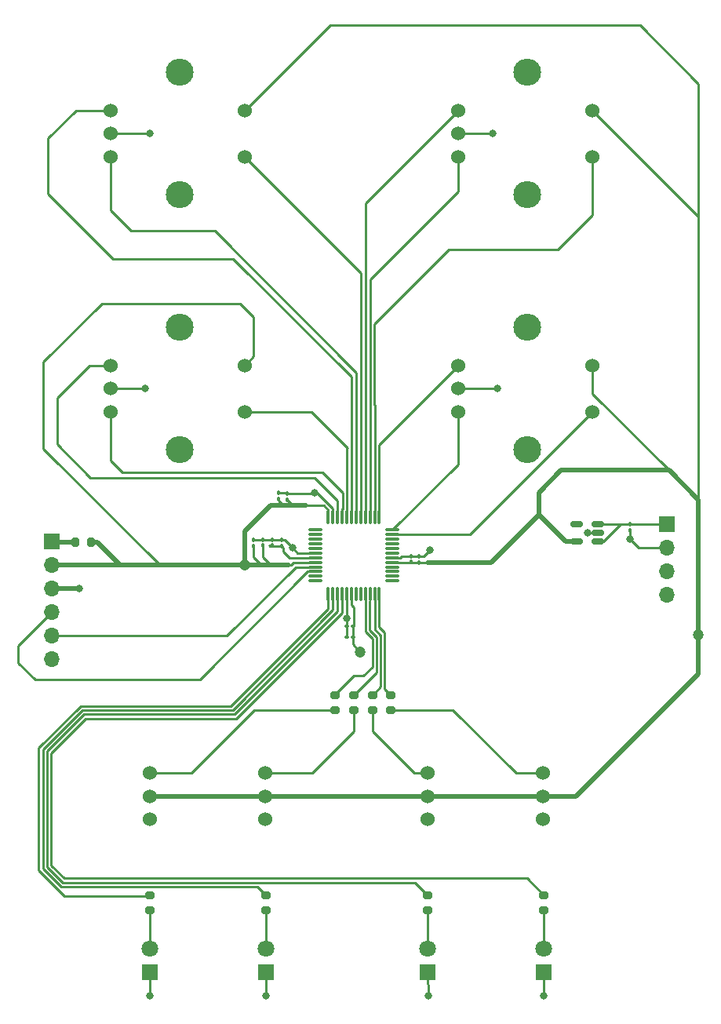
<source format=gbr>
%TF.GenerationSoftware,KiCad,Pcbnew,(6.0.11)*%
%TF.CreationDate,2023-02-27T19:33:45-08:00*%
%TF.ProjectId,IOBoard_ATSAMD21,494f426f-6172-4645-9f41-5453414d4432,rev?*%
%TF.SameCoordinates,Original*%
%TF.FileFunction,Copper,L1,Top*%
%TF.FilePolarity,Positive*%
%FSLAX46Y46*%
G04 Gerber Fmt 4.6, Leading zero omitted, Abs format (unit mm)*
G04 Created by KiCad (PCBNEW (6.0.11)) date 2023-02-27 19:33:45*
%MOMM*%
%LPD*%
G01*
G04 APERTURE LIST*
G04 Aperture macros list*
%AMRoundRect*
0 Rectangle with rounded corners*
0 $1 Rounding radius*
0 $2 $3 $4 $5 $6 $7 $8 $9 X,Y pos of 4 corners*
0 Add a 4 corners polygon primitive as box body*
4,1,4,$2,$3,$4,$5,$6,$7,$8,$9,$2,$3,0*
0 Add four circle primitives for the rounded corners*
1,1,$1+$1,$2,$3*
1,1,$1+$1,$4,$5*
1,1,$1+$1,$6,$7*
1,1,$1+$1,$8,$9*
0 Add four rect primitives between the rounded corners*
20,1,$1+$1,$2,$3,$4,$5,0*
20,1,$1+$1,$4,$5,$6,$7,0*
20,1,$1+$1,$6,$7,$8,$9,0*
20,1,$1+$1,$8,$9,$2,$3,0*%
G04 Aperture macros list end*
%TA.AperFunction,SMDPad,CuDef*%
%ADD10RoundRect,0.200000X0.275000X-0.200000X0.275000X0.200000X-0.275000X0.200000X-0.275000X-0.200000X0*%
%TD*%
%TA.AperFunction,ComponentPad*%
%ADD11C,1.524000*%
%TD*%
%TA.AperFunction,SMDPad,CuDef*%
%ADD12RoundRect,0.075000X0.075000X-0.662500X0.075000X0.662500X-0.075000X0.662500X-0.075000X-0.662500X0*%
%TD*%
%TA.AperFunction,SMDPad,CuDef*%
%ADD13RoundRect,0.075000X0.662500X-0.075000X0.662500X0.075000X-0.662500X0.075000X-0.662500X-0.075000X0*%
%TD*%
%TA.AperFunction,ComponentPad*%
%ADD14R,1.700000X1.700000*%
%TD*%
%TA.AperFunction,ComponentPad*%
%ADD15O,1.700000X1.700000*%
%TD*%
%TA.AperFunction,ComponentPad*%
%ADD16R,1.800000X1.800000*%
%TD*%
%TA.AperFunction,ComponentPad*%
%ADD17C,1.800000*%
%TD*%
%TA.AperFunction,SMDPad,CuDef*%
%ADD18RoundRect,0.100000X0.130000X0.100000X-0.130000X0.100000X-0.130000X-0.100000X0.130000X-0.100000X0*%
%TD*%
%TA.AperFunction,SMDPad,CuDef*%
%ADD19RoundRect,0.100000X-0.100000X0.130000X-0.100000X-0.130000X0.100000X-0.130000X0.100000X0.130000X0*%
%TD*%
%TA.AperFunction,SMDPad,CuDef*%
%ADD20RoundRect,0.100000X0.100000X-0.130000X0.100000X0.130000X-0.100000X0.130000X-0.100000X-0.130000X0*%
%TD*%
%TA.AperFunction,ComponentPad*%
%ADD21O,3.000000X2.900000*%
%TD*%
%TA.AperFunction,SMDPad,CuDef*%
%ADD22RoundRect,0.200000X0.200000X0.275000X-0.200000X0.275000X-0.200000X-0.275000X0.200000X-0.275000X0*%
%TD*%
%TA.AperFunction,SMDPad,CuDef*%
%ADD23RoundRect,0.150000X0.512500X0.150000X-0.512500X0.150000X-0.512500X-0.150000X0.512500X-0.150000X0*%
%TD*%
%TA.AperFunction,SMDPad,CuDef*%
%ADD24RoundRect,0.100000X-0.130000X-0.100000X0.130000X-0.100000X0.130000X0.100000X-0.130000X0.100000X0*%
%TD*%
%TA.AperFunction,ViaPad*%
%ADD25C,0.800000*%
%TD*%
%TA.AperFunction,ViaPad*%
%ADD26C,1.200000*%
%TD*%
%TA.AperFunction,Conductor*%
%ADD27C,0.250000*%
%TD*%
%TA.AperFunction,Conductor*%
%ADD28C,0.500000*%
%TD*%
G04 APERTURE END LIST*
D10*
%TO.P,R9,1*%
%TO.N,Net-(SW4-Pad2)*%
X107600000Y-121215000D03*
%TO.P,R9,2*%
%TO.N,/SW3*%
X107600000Y-119565000D03*
%TD*%
%TO.P,R8,1*%
%TO.N,Net-(SW3-Pad2)*%
X105600000Y-121215000D03*
%TO.P,R8,2*%
%TO.N,/SW2*%
X105600000Y-119565000D03*
%TD*%
%TO.P,R7,1*%
%TO.N,Net-(SW2-Pad2)*%
X103600000Y-121215000D03*
%TO.P,R7,2*%
%TO.N,/SW1*%
X103600000Y-119565000D03*
%TD*%
%TO.P,R6,1*%
%TO.N,Net-(SW1-Pad2)*%
X101600000Y-121215000D03*
%TO.P,R6,2*%
%TO.N,/SW0*%
X101600000Y-119565000D03*
%TD*%
D11*
%TO.P,SW1,1*%
%TO.N,+3.3V*%
X81600000Y-130500000D03*
%TO.P,SW1,2*%
%TO.N,Net-(SW1-Pad2)*%
X81600000Y-128000000D03*
%TO.P,SW1,3*%
%TO.N,unconnected-(SW1-Pad3)*%
X81600000Y-133000000D03*
%TD*%
%TO.P,SW2,1*%
%TO.N,+3.3V*%
X94005000Y-130500000D03*
%TO.P,SW2,2*%
%TO.N,Net-(SW2-Pad2)*%
X94005000Y-128000000D03*
%TO.P,SW2,3*%
%TO.N,unconnected-(SW2-Pad3)*%
X94005000Y-133000000D03*
%TD*%
%TO.P,SW3,1*%
%TO.N,+3.3V*%
X111600000Y-130500000D03*
%TO.P,SW3,2*%
%TO.N,Net-(SW3-Pad2)*%
X111600000Y-128000000D03*
%TO.P,SW3,3*%
%TO.N,unconnected-(SW3-Pad3)*%
X111600000Y-133000000D03*
%TD*%
%TO.P,SW4,1*%
%TO.N,+3.3V*%
X124005000Y-130500000D03*
%TO.P,SW4,2*%
%TO.N,Net-(SW4-Pad2)*%
X124005000Y-128000000D03*
%TO.P,SW4,3*%
%TO.N,unconnected-(SW4-Pad3)*%
X124005000Y-133000000D03*
%TD*%
D12*
%TO.P,U1,1,PA00*%
%TO.N,/LED0*%
X100850000Y-108662500D03*
%TO.P,U1,2,PA01*%
%TO.N,/LED1*%
X101350000Y-108662500D03*
%TO.P,U1,3,PA02*%
%TO.N,/LED2*%
X101850000Y-108662500D03*
%TO.P,U1,4,PA03*%
%TO.N,/LED3*%
X102350000Y-108662500D03*
%TO.P,U1,5,GNDANA*%
%TO.N,GND*%
X102850000Y-108662500D03*
%TO.P,U1,6,VDDANA*%
%TO.N,+3.3V*%
X103350000Y-108662500D03*
%TO.P,U1,7,PB08*%
%TO.N,unconnected-(U1-Pad7)*%
X103850000Y-108662500D03*
%TO.P,U1,8,PB09*%
%TO.N,unconnected-(U1-Pad8)*%
X104350000Y-108662500D03*
%TO.P,U1,9,PA04*%
%TO.N,/SW0*%
X104850000Y-108662500D03*
%TO.P,U1,10,PA05*%
%TO.N,/SW1*%
X105350000Y-108662500D03*
%TO.P,U1,11,PA06*%
%TO.N,/SW2*%
X105850000Y-108662500D03*
%TO.P,U1,12,PA07*%
%TO.N,/SW3*%
X106350000Y-108662500D03*
D13*
%TO.P,U1,13,PA08*%
%TO.N,/SDA*%
X107762500Y-107250000D03*
%TO.P,U1,14,PA09*%
%TO.N,/SCL*%
X107762500Y-106750000D03*
%TO.P,U1,15,PA10*%
%TO.N,unconnected-(U1-Pad15)*%
X107762500Y-106250000D03*
%TO.P,U1,16,PA11*%
%TO.N,unconnected-(U1-Pad16)*%
X107762500Y-105750000D03*
%TO.P,U1,17,VDDIO*%
%TO.N,+3.3V*%
X107762500Y-105250000D03*
%TO.P,U1,18,GND*%
%TO.N,GND*%
X107762500Y-104750000D03*
%TO.P,U1,19,PB10*%
%TO.N,unconnected-(U1-Pad19)*%
X107762500Y-104250000D03*
%TO.P,U1,20,PB11*%
%TO.N,unconnected-(U1-Pad20)*%
X107762500Y-103750000D03*
%TO.P,U1,21,PA12*%
%TO.N,unconnected-(U1-Pad21)*%
X107762500Y-103250000D03*
%TO.P,U1,22,PA13*%
%TO.N,unconnected-(U1-Pad22)*%
X107762500Y-102750000D03*
%TO.P,U1,23,PA14*%
%TO.N,/ENC3_SW*%
X107762500Y-102250000D03*
%TO.P,U1,24,PA15*%
%TO.N,/ENC3_B*%
X107762500Y-101750000D03*
D12*
%TO.P,U1,25,PA16*%
%TO.N,/ENC3_A*%
X106350000Y-100337500D03*
%TO.P,U1,26,PA17*%
%TO.N,/ENC2_SW*%
X105850000Y-100337500D03*
%TO.P,U1,27,PA18*%
%TO.N,/ENC2_B*%
X105350000Y-100337500D03*
%TO.P,U1,28,PA19*%
%TO.N,/ENC2_A*%
X104850000Y-100337500D03*
%TO.P,U1,29,PA20*%
%TO.N,/ENC1_SW*%
X104350000Y-100337500D03*
%TO.P,U1,30,PA21*%
%TO.N,/ENC1_B*%
X103850000Y-100337500D03*
%TO.P,U1,31,PA22*%
%TO.N,/ENC1_A*%
X103350000Y-100337500D03*
%TO.P,U1,32,PA23*%
%TO.N,/ENC0_SW*%
X102850000Y-100337500D03*
%TO.P,U1,33,PA24*%
%TO.N,/ENC0_B*%
X102350000Y-100337500D03*
%TO.P,U1,34,PA25*%
%TO.N,/ENC0_A*%
X101850000Y-100337500D03*
%TO.P,U1,35,GND*%
%TO.N,GND*%
X101350000Y-100337500D03*
%TO.P,U1,36,VDDIO*%
%TO.N,+3.3V*%
X100850000Y-100337500D03*
D13*
%TO.P,U1,37,PB22*%
%TO.N,unconnected-(U1-Pad37)*%
X99437500Y-101750000D03*
%TO.P,U1,38,PB23*%
%TO.N,unconnected-(U1-Pad38)*%
X99437500Y-102250000D03*
%TO.P,U1,39,PA27*%
%TO.N,unconnected-(U1-Pad39)*%
X99437500Y-102750000D03*
%TO.P,U1,40,~{RESET}*%
%TO.N,unconnected-(U1-Pad40)*%
X99437500Y-103250000D03*
%TO.P,U1,41,PA28*%
%TO.N,unconnected-(U1-Pad41)*%
X99437500Y-103750000D03*
%TO.P,U1,42,GND*%
%TO.N,GND*%
X99437500Y-104250000D03*
%TO.P,U1,43,VDDCORE*%
%TO.N,Net-(C1-Pad2)*%
X99437500Y-104750000D03*
%TO.P,U1,44,VDDIN*%
%TO.N,+3.3V*%
X99437500Y-105250000D03*
%TO.P,U1,45,PA30*%
%TO.N,/SWCLK*%
X99437500Y-105750000D03*
%TO.P,U1,46,PA31*%
%TO.N,/SWDIO*%
X99437500Y-106250000D03*
%TO.P,U1,47,PB02*%
%TO.N,unconnected-(U1-Pad47)*%
X99437500Y-106750000D03*
%TO.P,U1,48,PB03*%
%TO.N,unconnected-(U1-Pad48)*%
X99437500Y-107250000D03*
%TD*%
D14*
%TO.P,J1,1,~{MCLR}/VPP*%
%TO.N,Net-(J1-Pad1)*%
X71000000Y-103020000D03*
D15*
%TO.P,J1,2,VDD*%
%TO.N,+3.3V*%
X71000000Y-105560000D03*
%TO.P,J1,3,VSS*%
%TO.N,GND*%
X71000000Y-108100000D03*
%TO.P,J1,4,PGD/ICSPDAT*%
%TO.N,/SWDIO*%
X71000000Y-110640000D03*
%TO.P,J1,5,PGC/ICSPCLK*%
%TO.N,/SWCLK*%
X71000000Y-113180000D03*
%TO.P,J1,6,PGM/LVP*%
%TO.N,unconnected-(J1-Pad6)*%
X71000000Y-115720000D03*
%TD*%
D10*
%TO.P,R4,1*%
%TO.N,Net-(D4-Pad2)*%
X124100000Y-142825000D03*
%TO.P,R4,2*%
%TO.N,/LED3*%
X124100000Y-141175000D03*
%TD*%
D16*
%TO.P,D2,1,K*%
%TO.N,GND*%
X94100000Y-149500000D03*
D17*
%TO.P,D2,2,A*%
%TO.N,Net-(D2-Pad2)*%
X94100000Y-146960000D03*
%TD*%
D18*
%TO.P,C6,1*%
%TO.N,+3.3V*%
X103490000Y-113300000D03*
%TO.P,C6,2*%
%TO.N,GND*%
X102850000Y-113300000D03*
%TD*%
D19*
%TO.P,C4,1*%
%TO.N,GND*%
X110650000Y-104600000D03*
%TO.P,C4,2*%
%TO.N,+3.3V*%
X110650000Y-105240000D03*
%TD*%
D20*
%TO.P,C10,1*%
%TO.N,+3.3V*%
X93750000Y-103420000D03*
%TO.P,C10,2*%
%TO.N,GND*%
X93750000Y-102780000D03*
%TD*%
D19*
%TO.P,C5,1*%
%TO.N,VCC*%
X133400000Y-101135000D03*
%TO.P,C5,2*%
%TO.N,GND*%
X133400000Y-101775000D03*
%TD*%
D11*
%TO.P,ENC3,A,A*%
%TO.N,/ENC3_A*%
X114850000Y-84000000D03*
%TO.P,ENC3,B,B*%
%TO.N,/ENC3_B*%
X114850000Y-89000000D03*
%TO.P,ENC3,C,C*%
%TO.N,GND*%
X114850000Y-86500000D03*
%TO.P,ENC3,S1,S1*%
%TO.N,+3.3V*%
X129350000Y-84000000D03*
%TO.P,ENC3,S2,S2*%
%TO.N,/ENC3_SW*%
X129350000Y-89000000D03*
D21*
%TO.P,ENC3,SH*%
%TO.N,N/C*%
X122350000Y-93100000D03*
X122350000Y-79900000D03*
%TD*%
D11*
%TO.P,ENC1,A,A*%
%TO.N,/ENC1_A*%
X77350000Y-56500000D03*
%TO.P,ENC1,B,B*%
%TO.N,/ENC1_B*%
X77350000Y-61500000D03*
%TO.P,ENC1,C,C*%
%TO.N,GND*%
X77350000Y-59000000D03*
%TO.P,ENC1,S1,S1*%
%TO.N,+3.3V*%
X91850000Y-56500000D03*
%TO.P,ENC1,S2,S2*%
%TO.N,/ENC1_SW*%
X91850000Y-61500000D03*
D21*
%TO.P,ENC1,SH*%
%TO.N,N/C*%
X84850000Y-65600000D03*
X84850000Y-52400000D03*
%TD*%
D22*
%TO.P,R5,1*%
%TO.N,+3.3V*%
X75225000Y-103100000D03*
%TO.P,R5,2*%
%TO.N,Net-(J1-Pad1)*%
X73575000Y-103100000D03*
%TD*%
D10*
%TO.P,R1,1*%
%TO.N,Net-(D1-Pad2)*%
X81600000Y-142825000D03*
%TO.P,R1,2*%
%TO.N,/LED0*%
X81600000Y-141175000D03*
%TD*%
D16*
%TO.P,D4,1,K*%
%TO.N,GND*%
X124100000Y-149500000D03*
D17*
%TO.P,D4,2,A*%
%TO.N,Net-(D4-Pad2)*%
X124100000Y-146960000D03*
%TD*%
D23*
%TO.P,U2,1,VIN*%
%TO.N,VCC*%
X129937500Y-103000000D03*
%TO.P,U2,2,GND*%
%TO.N,GND*%
X129937500Y-102050000D03*
%TO.P,U2,3,EN*%
%TO.N,VCC*%
X129937500Y-101100000D03*
%TO.P,U2,4,NC*%
%TO.N,unconnected-(U2-Pad4)*%
X127662500Y-101100000D03*
%TO.P,U2,5,VOUT*%
%TO.N,+3.3V*%
X127662500Y-103000000D03*
%TD*%
D19*
%TO.P,C2,1*%
%TO.N,GND*%
X95850000Y-102860000D03*
%TO.P,C2,2*%
%TO.N,Net-(C1-Pad2)*%
X95850000Y-103500000D03*
%TD*%
D10*
%TO.P,R2,1*%
%TO.N,Net-(D2-Pad2)*%
X94100000Y-142825000D03*
%TO.P,R2,2*%
%TO.N,/LED1*%
X94100000Y-141175000D03*
%TD*%
D16*
%TO.P,D3,1,K*%
%TO.N,GND*%
X111600000Y-149500000D03*
D17*
%TO.P,D3,2,A*%
%TO.N,Net-(D3-Pad2)*%
X111600000Y-146960000D03*
%TD*%
D24*
%TO.P,C7,1*%
%TO.N,GND*%
X102845000Y-112100000D03*
%TO.P,C7,2*%
%TO.N,+3.3V*%
X103485000Y-112100000D03*
%TD*%
D14*
%TO.P,J2,1,Pin_1*%
%TO.N,VCC*%
X137400000Y-101100000D03*
D15*
%TO.P,J2,2,Pin_2*%
%TO.N,GND*%
X137400000Y-103640000D03*
%TO.P,J2,3,Pin_3*%
%TO.N,/SDA*%
X137400000Y-106180000D03*
%TO.P,J2,4,Pin_4*%
%TO.N,/SCL*%
X137400000Y-108720000D03*
%TD*%
D11*
%TO.P,ENC0,A,A*%
%TO.N,/ENC0_A*%
X77350000Y-84000000D03*
%TO.P,ENC0,B,B*%
%TO.N,/ENC0_B*%
X77350000Y-89000000D03*
%TO.P,ENC0,C,C*%
%TO.N,GND*%
X77350000Y-86500000D03*
%TO.P,ENC0,S1,S1*%
%TO.N,+3.3V*%
X91850000Y-84000000D03*
%TO.P,ENC0,S2,S2*%
%TO.N,/ENC0_SW*%
X91850000Y-89000000D03*
D21*
%TO.P,ENC0,SH*%
%TO.N,N/C*%
X84850000Y-79900000D03*
X84850000Y-93100000D03*
%TD*%
D20*
%TO.P,C8,1*%
%TO.N,+3.3V*%
X95500000Y-98420000D03*
%TO.P,C8,2*%
%TO.N,GND*%
X95500000Y-97780000D03*
%TD*%
D19*
%TO.P,C11,1*%
%TO.N,GND*%
X92800000Y-102835000D03*
%TO.P,C11,2*%
%TO.N,+3.3V*%
X92800000Y-103475000D03*
%TD*%
D10*
%TO.P,R3,1*%
%TO.N,Net-(D3-Pad2)*%
X111600000Y-142825000D03*
%TO.P,R3,2*%
%TO.N,/LED2*%
X111600000Y-141175000D03*
%TD*%
D19*
%TO.P,C9,1*%
%TO.N,GND*%
X96400000Y-97835000D03*
%TO.P,C9,2*%
%TO.N,+3.3V*%
X96400000Y-98475000D03*
%TD*%
D16*
%TO.P,D1,1,K*%
%TO.N,GND*%
X81600000Y-149500000D03*
D17*
%TO.P,D1,2,A*%
%TO.N,Net-(D1-Pad2)*%
X81600000Y-146960000D03*
%TD*%
D20*
%TO.P,C3,1*%
%TO.N,+3.3V*%
X109800000Y-105220000D03*
%TO.P,C3,2*%
%TO.N,GND*%
X109800000Y-104580000D03*
%TD*%
D19*
%TO.P,C1,1*%
%TO.N,GND*%
X94800000Y-102780000D03*
%TO.P,C1,2*%
%TO.N,Net-(C1-Pad2)*%
X94800000Y-103420000D03*
%TD*%
D11*
%TO.P,ENC2,A,A*%
%TO.N,/ENC2_A*%
X114850000Y-56500000D03*
%TO.P,ENC2,B,B*%
%TO.N,/ENC2_B*%
X114850000Y-61500000D03*
%TO.P,ENC2,C,C*%
%TO.N,GND*%
X114850000Y-59000000D03*
%TO.P,ENC2,S1,S1*%
%TO.N,+3.3V*%
X129350000Y-56500000D03*
%TO.P,ENC2,S2,S2*%
%TO.N,/ENC2_SW*%
X129350000Y-61500000D03*
D21*
%TO.P,ENC2,SH*%
%TO.N,N/C*%
X122350000Y-65600000D03*
X122350000Y-52400000D03*
%TD*%
D25*
%TO.N,GND*%
X81600000Y-152000000D03*
X128800000Y-102100000D03*
X99400000Y-97700000D03*
X119100000Y-86500000D03*
X102850000Y-111250000D03*
X74000000Y-108100000D03*
X133400000Y-102700000D03*
X81600000Y-59000000D03*
X124100000Y-152000000D03*
X97000000Y-103700000D03*
X94100000Y-152000000D03*
X111622618Y-152028360D03*
X118600000Y-59000000D03*
X81100000Y-86500000D03*
X111800000Y-103900000D03*
D26*
%TO.N,+3.3V*%
X91800000Y-105500000D03*
X104285000Y-114900000D03*
X140800000Y-113100000D03*
%TD*%
D27*
%TO.N,+3.3V*%
X134500000Y-47300000D02*
X101050000Y-47300000D01*
X140800000Y-53600000D02*
X134500000Y-47300000D01*
X101050000Y-47300000D02*
X91850000Y-56500000D01*
X140800000Y-67950000D02*
X140800000Y-53600000D01*
X140800000Y-98500000D02*
X140800000Y-67950000D01*
X140800000Y-67950000D02*
X129350000Y-56500000D01*
X129350000Y-87050000D02*
X137600000Y-95300000D01*
X129350000Y-84000000D02*
X129350000Y-87050000D01*
X92800000Y-83050000D02*
X91850000Y-84000000D01*
X92800000Y-78800000D02*
X92800000Y-83050000D01*
X91300000Y-77300000D02*
X92800000Y-78800000D01*
X76400000Y-77300000D02*
X91300000Y-77300000D01*
X70100000Y-83600000D02*
X76400000Y-77300000D01*
X70100000Y-93000000D02*
X70100000Y-83600000D01*
X82660000Y-105560000D02*
X70100000Y-93000000D01*
D28*
X82660000Y-105560000D02*
X78340000Y-105560000D01*
X91740000Y-105560000D02*
X82660000Y-105560000D01*
D27*
%TO.N,/SW3*%
X106350000Y-112250000D02*
X106350000Y-108662500D01*
X106950000Y-112850000D02*
X106350000Y-112250000D01*
X106950000Y-118915000D02*
X106950000Y-112850000D01*
X107600000Y-119565000D02*
X106950000Y-118915000D01*
%TO.N,/SW2*%
X106500000Y-118665000D02*
X105600000Y-119565000D01*
X106500000Y-113127208D02*
X106500000Y-118665000D01*
X105850000Y-112477208D02*
X106500000Y-113127208D01*
X105850000Y-108662500D02*
X105850000Y-112477208D01*
%TO.N,/SW1*%
X105318198Y-109406802D02*
X105325000Y-109400000D01*
X105318198Y-112581802D02*
X105318198Y-109406802D01*
X106050000Y-117115000D02*
X106050000Y-113313604D01*
X106050000Y-113313604D02*
X105318198Y-112581802D01*
X103600000Y-119565000D02*
X106050000Y-117115000D01*
%TO.N,/SW0*%
X103600000Y-117500000D02*
X101600000Y-119500000D01*
X101600000Y-119500000D02*
X101600000Y-119565000D01*
X105600000Y-116500000D02*
X104600000Y-117500000D01*
X105600000Y-113500000D02*
X105600000Y-116500000D01*
X104600000Y-117500000D02*
X103600000Y-117500000D01*
X104850000Y-112750000D02*
X105600000Y-113500000D01*
X104850000Y-108662500D02*
X104850000Y-112750000D01*
%TO.N,Net-(SW4-Pad2)*%
X121100000Y-128000000D02*
X124005000Y-128000000D01*
X114315000Y-121215000D02*
X121100000Y-128000000D01*
X107600000Y-121215000D02*
X114315000Y-121215000D01*
%TO.N,Net-(SW3-Pad2)*%
X110100000Y-128000000D02*
X111600000Y-128000000D01*
X105600000Y-123500000D02*
X110100000Y-128000000D01*
X105600000Y-121215000D02*
X105600000Y-123500000D01*
%TO.N,Net-(SW2-Pad2)*%
X99100000Y-128000000D02*
X94005000Y-128000000D01*
X103600000Y-123500000D02*
X99100000Y-128000000D01*
X103600000Y-121215000D02*
X103600000Y-123500000D01*
%TO.N,Net-(SW1-Pad2)*%
X92885000Y-121215000D02*
X101600000Y-121215000D01*
X86100000Y-128000000D02*
X92885000Y-121215000D01*
X81600000Y-128000000D02*
X86100000Y-128000000D01*
D28*
%TO.N,+3.3V*%
X140800000Y-117300000D02*
X140800000Y-113100000D01*
X124005000Y-130500000D02*
X127600000Y-130500000D01*
X127600000Y-130500000D02*
X140800000Y-117300000D01*
X111600000Y-130500000D02*
X124005000Y-130500000D01*
X94005000Y-130500000D02*
X111600000Y-130500000D01*
X81600000Y-130500000D02*
X94005000Y-130500000D01*
D27*
%TO.N,GND*%
X114850000Y-59000000D02*
X118600000Y-59000000D01*
X99265000Y-97835000D02*
X99400000Y-97700000D01*
X114850000Y-86500000D02*
X119100000Y-86500000D01*
X108750000Y-104580000D02*
X108580000Y-104750000D01*
X102850000Y-110650000D02*
X102850000Y-111250000D01*
X100400000Y-98500000D02*
X99600000Y-97700000D01*
X129937500Y-102050000D02*
X128850000Y-102050000D01*
X95850000Y-102860000D02*
X96160000Y-102860000D01*
X111600000Y-149500000D02*
X111622618Y-152028360D01*
X101350000Y-100337500D02*
X101350000Y-99450000D01*
X137400000Y-103640000D02*
X134340000Y-103640000D01*
X99600000Y-97700000D02*
X99400000Y-97700000D01*
X111622618Y-152028360D02*
X111600000Y-152000000D01*
X95770000Y-102780000D02*
X95850000Y-102860000D01*
X95500000Y-97780000D02*
X96345000Y-97780000D01*
X77350000Y-86500000D02*
X81100000Y-86500000D01*
X93750000Y-102780000D02*
X94800000Y-102780000D01*
X102850000Y-108662500D02*
X102850000Y-110650000D01*
X102845000Y-112100000D02*
X102845000Y-113295000D01*
X134340000Y-103640000D02*
X133400000Y-102700000D01*
X77350000Y-59000000D02*
X81600000Y-59000000D01*
X110650000Y-104600000D02*
X109820000Y-104600000D01*
X128800000Y-102100000D02*
X128850000Y-102050000D01*
X102845000Y-113295000D02*
X102850000Y-113300000D01*
X102850000Y-111250000D02*
X102850000Y-111990000D01*
X96400000Y-97835000D02*
X99265000Y-97835000D01*
D28*
X71000000Y-108100000D02*
X74000000Y-108100000D01*
D27*
X133400000Y-101775000D02*
X133400000Y-102700000D01*
X96160000Y-102860000D02*
X97000000Y-103700000D01*
X124100000Y-149500000D02*
X124100000Y-152000000D01*
X101350000Y-99450000D02*
X100400000Y-98500000D01*
X92800000Y-102835000D02*
X93695000Y-102835000D01*
X110650000Y-104600000D02*
X111100000Y-104600000D01*
X102850000Y-111990000D02*
X102960000Y-112100000D01*
X93695000Y-102835000D02*
X93750000Y-102780000D01*
X111100000Y-104600000D02*
X111800000Y-103900000D01*
X96345000Y-97780000D02*
X96400000Y-97835000D01*
X81600000Y-149500000D02*
X81600000Y-152000000D01*
X97550000Y-104250000D02*
X97000000Y-103700000D01*
X109820000Y-104600000D02*
X109800000Y-104580000D01*
X108580000Y-104750000D02*
X107762500Y-104750000D01*
X94500000Y-102780000D02*
X95770000Y-102780000D01*
X94100000Y-149500000D02*
X94100000Y-152000000D01*
X109800000Y-104580000D02*
X108750000Y-104580000D01*
X99437500Y-104250000D02*
X97550000Y-104250000D01*
%TO.N,Net-(C1-Pad2)*%
X96000000Y-104100000D02*
X96000000Y-103650000D01*
X94580000Y-103500000D02*
X94500000Y-103420000D01*
X95850000Y-103500000D02*
X94580000Y-103500000D01*
X96650000Y-104750000D02*
X96000000Y-104100000D01*
X99437500Y-104750000D02*
X96650000Y-104750000D01*
X96000000Y-103650000D02*
X95850000Y-103500000D01*
%TO.N,+3.3V*%
X95500000Y-98420000D02*
X95500000Y-98600000D01*
D28*
X123600000Y-100100000D02*
X123600000Y-97700000D01*
X91800000Y-105500000D02*
X93600000Y-105500000D01*
X94600000Y-99100000D02*
X96000000Y-99100000D01*
D27*
X103600000Y-111985000D02*
X103485000Y-112100000D01*
D28*
X75880000Y-103100000D02*
X78340000Y-105560000D01*
X118400000Y-105300000D02*
X111600000Y-105300000D01*
X78340000Y-105560000D02*
X71000000Y-105560000D01*
X94600000Y-105500000D02*
X96600000Y-105500000D01*
D27*
X103490000Y-113300000D02*
X103490000Y-114105000D01*
D28*
X75225000Y-103100000D02*
X75880000Y-103100000D01*
D27*
X111550000Y-105250000D02*
X107762500Y-105250000D01*
D28*
X127662500Y-103000000D02*
X126500000Y-103000000D01*
X91800000Y-105500000D02*
X91740000Y-105560000D01*
D27*
X96600000Y-105500000D02*
X96800000Y-105500000D01*
X95500000Y-98600000D02*
X96000000Y-99100000D01*
X96400000Y-98475000D02*
X96400000Y-98500000D01*
X92800000Y-104700000D02*
X93600000Y-105500000D01*
D28*
X93600000Y-105500000D02*
X94600000Y-105500000D01*
D27*
X92800000Y-103475000D02*
X92800000Y-104700000D01*
X96400000Y-98500000D02*
X97000000Y-99100000D01*
D28*
X137600000Y-95300000D02*
X140800000Y-98500000D01*
D27*
X111600000Y-105300000D02*
X111550000Y-105250000D01*
D28*
X140800000Y-98500000D02*
X140800000Y-113100000D01*
X126000000Y-95300000D02*
X137600000Y-95300000D01*
D27*
X103350000Y-108662500D02*
X103350000Y-109850000D01*
X100363604Y-99100000D02*
X98400000Y-99100000D01*
D28*
X123600000Y-97700000D02*
X126000000Y-95300000D01*
X91800000Y-105500000D02*
X91800000Y-101900000D01*
X91800000Y-101900000D02*
X94600000Y-99100000D01*
D27*
X100850000Y-99586396D02*
X100363604Y-99100000D01*
D28*
X118450000Y-105250000D02*
X118400000Y-105300000D01*
D27*
X97050000Y-105250000D02*
X99437500Y-105250000D01*
X96800000Y-105500000D02*
X97050000Y-105250000D01*
X93750000Y-104650000D02*
X94600000Y-105500000D01*
X93750000Y-103420000D02*
X93750000Y-104650000D01*
D28*
X118450000Y-105250000D02*
X123600000Y-100100000D01*
X126500000Y-103000000D02*
X123600000Y-100100000D01*
D27*
X103600000Y-110100000D02*
X103600000Y-111985000D01*
D28*
X97000000Y-99100000D02*
X98400000Y-99100000D01*
D27*
X103490000Y-114105000D02*
X104285000Y-114900000D01*
D28*
X96000000Y-99100000D02*
X97000000Y-99100000D01*
D27*
X100850000Y-100337500D02*
X100850000Y-99586396D01*
X103350000Y-109850000D02*
X103600000Y-110100000D01*
X103485000Y-113295000D02*
X103490000Y-113300000D01*
X103485000Y-112100000D02*
X103485000Y-113295000D01*
%TO.N,VCC*%
X129972500Y-101135000D02*
X129937500Y-101100000D01*
X130500000Y-103000000D02*
X129937500Y-103000000D01*
X137400000Y-101100000D02*
X133435000Y-101100000D01*
X133435000Y-101100000D02*
X133400000Y-101135000D01*
X132365000Y-101135000D02*
X129972500Y-101135000D01*
X132365000Y-101135000D02*
X130500000Y-103000000D01*
X133400000Y-101135000D02*
X132365000Y-101135000D01*
%TO.N,Net-(D1-Pad2)*%
X81600000Y-142825000D02*
X81600000Y-146960000D01*
%TO.N,Net-(D2-Pad2)*%
X94100000Y-142825000D02*
X94100000Y-146960000D01*
%TO.N,Net-(D3-Pad2)*%
X111600000Y-142825000D02*
X111600000Y-146960000D01*
%TO.N,Net-(D4-Pad2)*%
X124100000Y-142825000D02*
X124100000Y-146960000D01*
D28*
%TO.N,Net-(J1-Pad1)*%
X71080000Y-103100000D02*
X71000000Y-103020000D01*
X73575000Y-103100000D02*
X71080000Y-103100000D01*
D27*
%TO.N,/SWDIO*%
X67400000Y-114240000D02*
X71000000Y-110640000D01*
X99437500Y-106250000D02*
X98634315Y-106250000D01*
X69200000Y-117900000D02*
X67400000Y-116100000D01*
X98634315Y-106250000D02*
X86984315Y-117900000D01*
X86984315Y-117900000D02*
X69200000Y-117900000D01*
X67400000Y-116100000D02*
X67400000Y-114240000D01*
%TO.N,/SWCLK*%
X99437500Y-105750000D02*
X97350000Y-105750000D01*
X89920000Y-113180000D02*
X71000000Y-113180000D01*
X97350000Y-105750000D02*
X89920000Y-113180000D01*
%TO.N,/LED0*%
X100850000Y-108662500D02*
X100850000Y-110250000D01*
X69600000Y-138500000D02*
X72350000Y-141250000D01*
X69600000Y-125250000D02*
X69600000Y-138500000D01*
X72350000Y-141250000D02*
X81525000Y-141250000D01*
X81525000Y-141250000D02*
X81600000Y-141175000D01*
X90350000Y-120750000D02*
X74100000Y-120750000D01*
X74100000Y-120750000D02*
X69600000Y-125250000D01*
X100850000Y-110250000D02*
X90350000Y-120750000D01*
%TO.N,/LED1*%
X70050000Y-138313604D02*
X71986396Y-140250000D01*
X90536396Y-121200000D02*
X74286396Y-121200000D01*
X101350000Y-110386396D02*
X90536396Y-121200000D01*
X101350000Y-108662500D02*
X101350000Y-110386396D01*
X74286396Y-121200000D02*
X70050000Y-125436396D01*
X71986396Y-140250000D02*
X93175000Y-140250000D01*
X93175000Y-140250000D02*
X94100000Y-141175000D01*
X70050000Y-125436396D02*
X70050000Y-138313604D01*
%TO.N,/LED2*%
X70500000Y-125622792D02*
X70500000Y-138127208D01*
X101850000Y-110522792D02*
X90722792Y-121650000D01*
X72172792Y-139800000D02*
X110225000Y-139800000D01*
X74472792Y-121650000D02*
X70500000Y-125622792D01*
X70500000Y-138127208D02*
X72172792Y-139800000D01*
X101850000Y-108662500D02*
X101850000Y-110522792D01*
X110225000Y-139800000D02*
X111600000Y-141175000D01*
X90722792Y-121650000D02*
X74472792Y-121650000D01*
%TO.N,/LED3*%
X72359188Y-139350000D02*
X122275000Y-139350000D01*
X102350000Y-110659188D02*
X90909188Y-122100000D01*
X70950000Y-137940812D02*
X72359188Y-139350000D01*
X102350000Y-108662500D02*
X102350000Y-110659188D01*
X74659188Y-122100000D02*
X70950000Y-125809188D01*
X122275000Y-139350000D02*
X124100000Y-141175000D01*
X70950000Y-125809188D02*
X70950000Y-137940812D01*
X90909188Y-122100000D02*
X74659188Y-122100000D01*
%TO.N,/ENC0_A*%
X101850000Y-100337500D02*
X101850000Y-98550000D01*
X75100000Y-84000000D02*
X77350000Y-84000000D01*
X99400000Y-96100000D02*
X75200000Y-96100000D01*
X101850000Y-98550000D02*
X99400000Y-96100000D01*
X71600000Y-92500000D02*
X71600000Y-87500000D01*
X71600000Y-87500000D02*
X75100000Y-84000000D01*
X75200000Y-96100000D02*
X71600000Y-92500000D01*
%TO.N,/ENC0_B*%
X77350000Y-89000000D02*
X77350000Y-94250000D01*
X100200000Y-95500000D02*
X102400000Y-97700000D01*
X102350000Y-99450000D02*
X102350000Y-100337500D01*
X102400000Y-97700000D02*
X102400000Y-99500000D01*
X102400000Y-99500000D02*
X102350000Y-99450000D01*
X77350000Y-94250000D02*
X78600000Y-95500000D01*
X78600000Y-95500000D02*
X100200000Y-95500000D01*
%TO.N,/ENC0_SW*%
X99000000Y-89000000D02*
X102750000Y-92750000D01*
X102750000Y-92750000D02*
X102900000Y-92900000D01*
X91850000Y-89000000D02*
X99000000Y-89000000D01*
X102850000Y-92850000D02*
X102750000Y-92750000D01*
X102850000Y-100337500D02*
X102850000Y-92850000D01*
X91850000Y-89000000D02*
X92927630Y-89000000D01*
%TO.N,/ENC1_A*%
X77600000Y-72500000D02*
X70600000Y-65500000D01*
X73600000Y-56500000D02*
X77350000Y-56500000D01*
X103350000Y-100337500D02*
X103350000Y-85250000D01*
X103350000Y-85250000D02*
X90600000Y-72500000D01*
X70600000Y-59500000D02*
X73600000Y-56500000D01*
X90600000Y-72500000D02*
X77600000Y-72500000D01*
X70600000Y-65500000D02*
X70600000Y-59500000D01*
%TO.N,/ENC1_B*%
X88600000Y-69500000D02*
X103850000Y-84750000D01*
X77350000Y-61500000D02*
X77350000Y-67250000D01*
X79600000Y-69500000D02*
X88600000Y-69500000D01*
X77350000Y-67250000D02*
X79600000Y-69500000D01*
X103850000Y-84750000D02*
X103850000Y-100337500D01*
%TO.N,/ENC1_SW*%
X104350000Y-100337500D02*
X104350000Y-74000000D01*
X104350000Y-74000000D02*
X91850000Y-61500000D01*
%TO.N,/ENC2_A*%
X104850000Y-66500000D02*
X114850000Y-56500000D01*
X104850000Y-100337500D02*
X104850000Y-66500000D01*
%TO.N,/ENC2_B*%
X105375000Y-74725000D02*
X105375000Y-100312500D01*
X114850000Y-61500000D02*
X114850000Y-65250000D01*
X114850000Y-65250000D02*
X105375000Y-74725000D01*
X105375000Y-100312500D02*
X105350000Y-100337500D01*
%TO.N,/ENC2_SW*%
X129350000Y-61500000D02*
X129350000Y-67750000D01*
X129350000Y-67750000D02*
X128600000Y-68500000D01*
X125600000Y-71500000D02*
X128600000Y-68500000D01*
X124600000Y-71500000D02*
X125600000Y-71500000D01*
X105825000Y-88225000D02*
X105825000Y-79500000D01*
X105850000Y-100337500D02*
X105850000Y-88250000D01*
X105850000Y-88250000D02*
X105825000Y-88225000D01*
X113825000Y-71500000D02*
X124600000Y-71500000D01*
X105825000Y-79500000D02*
X113825000Y-71500000D01*
%TO.N,/ENC3_A*%
X114850000Y-84000000D02*
X106300000Y-92550000D01*
X106350000Y-92600000D02*
X106300000Y-92550000D01*
X106350000Y-100337500D02*
X106350000Y-92600000D01*
%TO.N,/ENC3_B*%
X114850000Y-94662500D02*
X114850000Y-89000000D01*
X107762500Y-101750000D02*
X114850000Y-94662500D01*
%TO.N,/ENC3_SW*%
X116100000Y-102250000D02*
X107762500Y-102250000D01*
X129350000Y-89000000D02*
X116100000Y-102250000D01*
%TD*%
M02*

</source>
